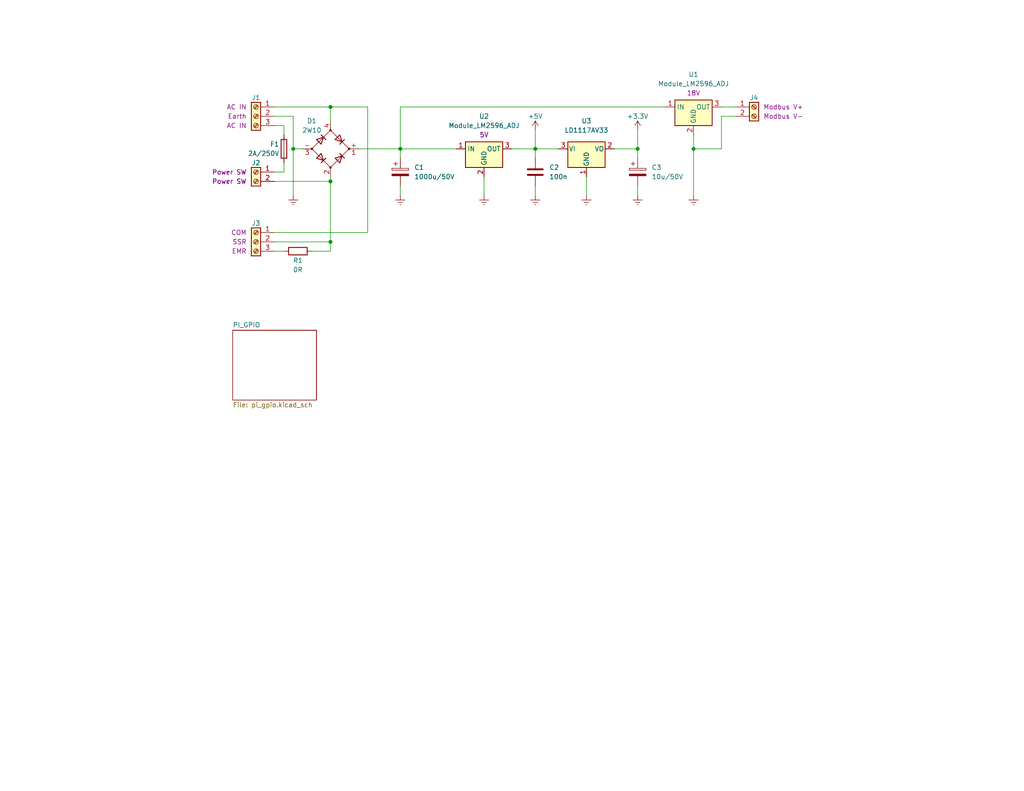
<source format=kicad_sch>
(kicad_sch (version 20230121) (generator eeschema)
  (paper "USLetter")
  (title_block (title "HVAC Controller") (date "05/06/2022") (rev "1.2"))
  (lib_symbols
    (symbol "Connector:Screw_Terminal_01x02" (pin_names (offset 1.016) hide)
      (property "Reference" "J" (at 0 2.54 0))
      (property "Value" "Screw_Terminal_01x02" (at 0 -5.08 0))
      (symbol "Screw_Terminal_01x02_1_1"
        (rectangle (start -1.27 1.27) (end 1.27 -3.81) (stroke (width 0.254)) (fill (type background)))
        (circle (center 0 -2.54) (radius 0.635) (stroke (width 0.1524)))
        (polyline (pts (xy -0.5334 -2.2098) (xy 0.3302 -3.048)) (stroke (width 0.1524)))
        (polyline (pts (xy -0.5334 0.3302) (xy 0.3302 -0.508)) (stroke (width 0.1524)))
        (polyline (pts (xy -0.3556 -2.032) (xy 0.508 -2.8702)) (stroke (width 0.1524)))
        (polyline (pts (xy -0.3556 0.508) (xy 0.508 -0.3302)) (stroke (width 0.1524)))
        (circle (center 0 0) (radius 0.635) (stroke (width 0.1524)))
        (pin passive line (at -5.08 0 0) (length 3.81) (name "Pin_1") (number "1"))
        (pin passive line (at -5.08 -2.54 0) (length 3.81) (name "Pin_2") (number "2"))
      )
    )
    (symbol "Connector:Screw_Terminal_01x03" (pin_names (offset 1.016) hide)
      (property "Reference" "J" (at 0 5.08 0))
      (property "Value" "Screw_Terminal_01x03" (at 0 -5.08 0))
      (symbol "Screw_Terminal_01x03_1_1"
        (rectangle (start -1.27 3.81) (end 1.27 -3.81) (stroke (width 0.254)) (fill (type background)))
        (circle (center 0 -2.54) (radius 0.635) (stroke (width 0.1524)))
        (polyline (pts (xy -0.5334 -2.2098) (xy 0.3302 -3.048)) (stroke (width 0.1524)))
        (polyline (pts (xy -0.5334 0.3302) (xy 0.3302 -0.508)) (stroke (width 0.1524)))
        (polyline (pts (xy -0.5334 2.8702) (xy 0.3302 2.032)) (stroke (width 0.1524)))
        (polyline (pts (xy -0.3556 -2.032) (xy 0.508 -2.8702)) (stroke (width 0.1524)))
        (polyline (pts (xy -0.3556 0.508) (xy 0.508 -0.3302)) (stroke (width 0.1524)))
        (polyline (pts (xy -0.3556 3.048) (xy 0.508 2.2098)) (stroke (width 0.1524)))
        (circle (center 0 0) (radius 0.635) (stroke (width 0.1524)))
        (circle (center 0 2.54) (radius 0.635) (stroke (width 0.1524)))
        (pin passive line (at -5.08 2.54 0) (length 3.81) (name "Pin_1") (number "1"))
        (pin passive line (at -5.08 0 0) (length 3.81) (name "Pin_2") (number "2"))
        (pin passive line (at -5.08 -2.54 0) (length 3.81) (name "Pin_3") (number "3"))
      )
    )
    (symbol "Device:C" (pin_numbers hide) (pin_names (offset 0.254))
      (property "Reference" "C" (at 0.635 2.54 0))
      (property "Value" "C" (at 0.635 -2.54 0))
      (symbol "C_0_1"
        (polyline (pts (xy -2.032 -0.762) (xy 2.032 -0.762)) (stroke (width 0.508)))
        (polyline (pts (xy -2.032 0.762) (xy 2.032 0.762)) (stroke (width 0.508)))
      )
      (symbol "C_1_1"
        (pin passive line (at 0 3.81 270) (length 2.794) (name "~") (number "1"))
        (pin passive line (at 0 -3.81 90) (length 2.794) (name "~") (number "2"))
      )
    )
    (symbol "Device:C_Polarized" (pin_numbers hide) (pin_names (offset 0.254))
      (property "Reference" "C" (at 0.635 2.54 0))
      (property "Value" "C_Polarized" (at 0.635 -2.54 0))
      (symbol "C_Polarized_0_1"
        (rectangle (start -2.286 0.508) (end 2.286 1.016))
        (polyline (pts (xy -1.778 2.286) (xy -0.762 2.286)))
        (polyline (pts (xy -1.27 2.794) (xy -1.27 1.778)))
        (rectangle (start 2.286 -0.508) (end -2.286 -1.016) (fill (type outline)))
      )
      (symbol "C_Polarized_1_1"
        (pin passive line (at 0 3.81 270) (length 2.794) (name "~") (number "1"))
        (pin passive line (at 0 -3.81 90) (length 2.794) (name "~") (number "2"))
      )
    )
    (symbol "Device:D_Bridge_+A-A" (pin_names (offset 0))
      (property "Reference" "D" (at 2.54 6.985 0))
      (property "Value" "D_Bridge_+A-A" (at 2.54 5.08 0))
      (symbol "D_Bridge_+A-A_0_1"
        (circle (center -5.08 0) (radius 0.254) (fill (type outline)))
        (circle (center 0 -5.08) (radius 0.254) (fill (type outline)))
        (polyline (pts (xy -2.54 3.81) (xy -1.27 2.54)) (stroke (width 0.254)))
        (polyline (pts (xy -1.27 -2.54) (xy -2.54 -3.81)) (stroke (width 0.254)))
        (polyline (pts (xy 2.54 -1.27) (xy 3.81 -2.54)) (stroke (width 0.254)))
        (polyline (pts (xy 2.54 1.27) (xy 3.81 2.54)) (stroke (width 0.254)))
        (polyline (pts (xy -3.81 2.54) (xy -2.54 1.27) (xy -1.905 3.175) (xy -3.81 2.54)) (stroke (width 0.254)))
        (polyline (pts (xy -2.54 -1.27) (xy -3.81 -2.54) (xy -1.905 -3.175) (xy -2.54 -1.27)) (stroke (width 0.254)))
        (polyline (pts (xy 1.27 2.54) (xy 2.54 3.81) (xy 3.175 1.905) (xy 1.27 2.54)) (stroke (width 0.254)))
        (polyline (pts (xy 3.175 -1.905) (xy 1.27 -2.54) (xy 2.54 -3.81) (xy 3.175 -1.905)) (stroke (width 0.254)))
        (polyline (pts (xy -5.08 0) (xy 0 -5.08) (xy 5.08 0) (xy 0 5.08) (xy -5.08 0)))
        (circle (center 0 5.08) (radius 0.254) (fill (type outline)))
        (circle (center 5.08 0) (radius 0.254) (fill (type outline)))
      )
      (symbol "D_Bridge_+A-A_1_1"
        (pin passive line (at 7.62 0 180) (length 2.54) (name "+") (number "1"))
        (pin passive line (at 0 -7.62 90) (length 2.54) (name "~") (number "2"))
        (pin passive line (at -7.62 0 0) (length 2.54) (name "-") (number "3"))
        (pin passive line (at 0 7.62 270) (length 2.54) (name "~") (number "4"))
      )
    )
    (symbol "Device:Fuse" (pin_numbers hide) (pin_names (offset 0))
      (property "Reference" "F" (at 2.032 0 90))
      (property "Value" "Fuse" (at -1.905 0 90))
      (symbol "Fuse_0_1"
        (rectangle (start -0.762 -2.54) (end 0.762 2.54) (stroke (width 0.254)))
        (polyline (pts (xy 0 2.54) (xy 0 -2.54)))
      )
      (symbol "Fuse_1_1"
        (pin passive line (at 0 3.81 270) (length 1.27) (name "~") (number "1"))
        (pin passive line (at 0 -3.81 90) (length 1.27) (name "~") (number "2"))
      )
    )
    (symbol "Device:R" (pin_numbers hide) (pin_names (offset 0))
      (property "Reference" "R" (at 2.032 0 90))
      (property "Value" "R" (at 0 0 90))
      (symbol "R_0_1"
        (rectangle (start -1.016 -2.54) (end 1.016 2.54) (stroke (width 0.254)))
      )
      (symbol "R_1_1"
        (pin passive line (at 0 3.81 270) (length 1.27) (name "~") (number "1"))
        (pin passive line (at 0 -3.81 90) (length 1.27) (name "~") (number "2"))
      )
    )
    (symbol "_Module:Module_LM2596_ADJ"
      (property "Reference" "U" (at 0 6.35 0))
      (property "Value" "Module_LM2596_ADJ" (at 1.27 3.81 0))
      (symbol "Module_LM2596_ADJ_0_1"
        (rectangle (start -5.08 1.905) (end 5.08 -5.08) (stroke (width 0.254)) (fill (type background)))
      )
      (symbol "Module_LM2596_ADJ_1_1"
        (pin power_in line (at -7.62 0 0) (length 2.54) (name "IN") (number "1"))
        (pin power_in line (at 0 -7.62 90) (length 2.54) (name "GND") (number "2"))
        (pin power_out line (at 7.62 0 180) (length 2.54) (name "OUT") (number "3"))
      )
    )
    (symbol "_Regulator_Linear:LD1117AV33" (pin_names (offset 0.254))
      (property "Reference" "U" (at -3.81 3.175 0))
      (property "Value" "LD1117AV33" (at 0 3.175 0))
      (symbol "LD1117AV33_0_1"
        (rectangle (start -5.08 -5.08) (end 5.08 1.905) (stroke (width 0.254)) (fill (type background)))
      )
      (symbol "LD1117AV33_1_1"
        (pin power_in line (at 0 -7.62 90) (length 2.54) (name "GND") (number "1"))
        (pin power_out line (at 7.62 0 180) (length 2.54) (name "VO") (number "2"))
        (pin power_in line (at -7.62 0 0) (length 2.54) (name "VI") (number "3"))
      )
    )
    (symbol "power:+3.3V" (power) (pin_names (offset 0))
      (property "Value" "+3.3V" (at 0 3.556 0))
      (symbol "+3.3V_0_1"
        (polyline (pts (xy -0.762 1.27) (xy 0 2.54)))
        (polyline (pts (xy 0 0) (xy 0 2.54)))
        (polyline (pts (xy 0 2.54) (xy 0.762 1.27)))
      )
      (symbol "+3.3V_1_1"
        (pin power_in line (at 0 0 90) (length 0) hide (name "+3.3V") (number "1"))
      )
    )
    (symbol "power:+5V" (power) (pin_names (offset 0))
      (property "Value" "+5V" (at 0 3.556 0))
      (symbol "+5V_0_1"
        (polyline (pts (xy -0.762 1.27) (xy 0 2.54)))
        (polyline (pts (xy 0 0) (xy 0 2.54)))
        (polyline (pts (xy 0 2.54) (xy 0.762 1.27)))
      )
      (symbol "+5V_1_1"
        (pin power_in line (at 0 0 90) (length 0) hide (name "+5V") (number "1"))
      )
    )
    (symbol "power:Earth" (power) (pin_names (offset 0))
      (symbol "Earth_0_1"
        (polyline (pts (xy -0.635 -1.905) (xy 0.635 -1.905)))
        (polyline (pts (xy -0.127 -2.54) (xy 0.127 -2.54)))
        (polyline (pts (xy 0 -1.27) (xy 0 0)))
        (polyline (pts (xy 1.27 -1.27) (xy -1.27 -1.27)))
      )
      (symbol "Earth_1_1"
        (pin power_in line (at 0 0 270) (length 0) hide (name "Earth") (number "1"))
      )
    )
  )
  (junction (at 90.17 66.04))
  (junction (at 173.99 40.64))
  (junction (at 109.22 40.64))
  (junction (at 90.17 49.53))
  (junction (at 80.01 40.64))
  (junction (at 146.05 40.64))
  (junction (at 189.23 40.64))
  (junction (at 90.17 29.21))
  (wire (pts (xy 85.09 68.58) (xy 90.17 68.58)))
  (wire (pts (xy 97.79 40.64) (xy 109.22 40.64)))
  (wire (pts (xy 181.61 29.21) (xy 109.22 29.21)))
  (wire (pts (xy 109.22 40.64) (xy 109.22 43.18)))
  (wire (pts (xy 173.99 35.56) (xy 173.99 40.64)))
  (wire (pts (xy 100.33 29.21) (xy 90.17 29.21)))
  (wire (pts (xy 146.05 40.64) (xy 146.05 35.56)))
  (wire (pts (xy 146.05 50.8) (xy 146.05 53.34)))
  (wire (pts (xy 77.47 46.99) (xy 77.47 44.45)))
  (wire (pts (xy 90.17 29.21) (xy 90.17 33.02)))
  (wire (pts (xy 196.85 29.21) (xy 200.66 29.21)))
  (wire (pts (xy 80.01 40.64) (xy 82.55 40.64)))
  (wire (pts (xy 196.85 40.64) (xy 189.23 40.64)))
  (wire (pts (xy 173.99 40.64) (xy 173.99 43.18)))
  (wire (pts (xy 173.99 50.8) (xy 173.99 53.34)))
  (wire (pts (xy 74.93 29.21) (xy 90.17 29.21)))
  (wire (pts (xy 74.93 31.75) (xy 80.01 31.75)))
  (wire (pts (xy 90.17 68.58) (xy 90.17 66.04)))
  (wire (pts (xy 100.33 63.5) (xy 100.33 29.21)))
  (wire (pts (xy 146.05 40.64) (xy 146.05 43.18)))
  (wire (pts (xy 80.01 31.75) (xy 80.01 40.64)))
  (wire (pts (xy 139.7 40.64) (xy 146.05 40.64)))
  (wire (pts (xy 90.17 66.04) (xy 90.17 49.53)))
  (wire (pts (xy 160.02 48.26) (xy 160.02 53.34)))
  (wire (pts (xy 74.93 49.53) (xy 90.17 49.53)))
  (wire (pts (xy 74.93 66.04) (xy 90.17 66.04)))
  (wire (pts (xy 189.23 36.83) (xy 189.23 40.64)))
  (wire (pts (xy 200.66 31.75) (xy 196.85 31.75)))
  (wire (pts (xy 146.05 40.64) (xy 152.4 40.64)))
  (wire (pts (xy 109.22 40.64) (xy 124.46 40.64)))
  (wire (pts (xy 80.01 40.64) (xy 80.01 53.34)))
  (wire (pts (xy 109.22 29.21) (xy 109.22 40.64)))
  (wire (pts (xy 132.08 48.26) (xy 132.08 53.34)))
  (wire (pts (xy 196.85 31.75) (xy 196.85 40.64)))
  (wire (pts (xy 77.47 34.29) (xy 77.47 36.83)))
  (wire (pts (xy 74.93 34.29) (xy 77.47 34.29)))
  (wire (pts (xy 74.93 46.99) (xy 77.47 46.99)))
  (wire (pts (xy 74.93 68.58) (xy 77.47 68.58)))
  (wire (pts (xy 173.99 40.64) (xy 167.64 40.64)))
  (wire (pts (xy 189.23 40.64) (xy 189.23 53.34)))
  (wire (pts (xy 109.22 50.8) (xy 109.22 53.34)))
  (wire (pts (xy 74.93 63.5) (xy 100.33 63.5)))
  (wire (pts (xy 90.17 49.53) (xy 90.17 48.26)))
  (symbol (lib_id "power:+5V") (at 146.05 35.56 0) (unit 1)
    (property "Reference" "#PWR0101" (effects hide))
    (property "Value" "+5V" (at 146.05 31.75 0))
  )
  (symbol (lib_id "_Module:Module_LM2596_ADJ") (at 132.08 40.64 0) (unit 1)
    (property "Reference" "U2" (at 132.08 31.75 0))
    (property "Value" "Module_LM2596_ADJ" (at 132.08 34.29 0))
    (property "Adj" "5V" (at 132.08 36.83 0))
  )
  (symbol (lib_id "power:Earth") (at 173.99 53.34 0) (unit 1)
    (property "Reference" "#PWR?" (effects hide))
    (property "Value" "Earth" (effects hide))
  )
  (symbol (lib_id "power:Earth") (at 109.22 53.34 0) (unit 1)
    (property "Reference" "#PWR0106" (effects hide))
    (property "Value" "Earth" (effects hide))
  )
  (symbol (lib_id "Device:R") (at 81.28 68.58 90) (unit 1)
    (property "Reference" "R1" (at 81.28 71.12 90))
    (property "Value" "0R" (at 81.28 73.66 90))
  )
  (symbol (lib_id "power:+3.3V") (at 173.99 35.56 0) (unit 1)
    (property "Reference" "#PWR0103" (effects hide))
    (property "Value" "+3.3V" (at 173.99 31.75 0))
  )
  (symbol (lib_id "Connector:Screw_Terminal_01x03") (at 69.85 66.04 0) (mirror y) (unit 1)
    (property "Reference" "J3" (at 69.85 60.96 0))
    (property "Value" "Screw_Terminal_01x03" (effects hide))
    (property "Pin_1" "COM" (at 67.31 63.5 0) (effects (justify left)))
    (property "Pin_2" "SSR" (at 67.31 66.04 0) (effects (justify left)))
    (property "Pin_3" "EMR" (at 67.31 68.58 0) (effects (justify left)))
  )
  (symbol (lib_id "Device:C") (at 146.05 46.99 0) (unit 1)
    (property "Reference" "C2" (at 149.86 45.72 0) (effects (justify left)))
    (property "Value" "100n" (at 149.86 48.26 0) (effects (justify left)))
  )
  (symbol (lib_id "_Module:Module_LM2596_ADJ") (at 189.23 29.21 0) (unit 1)
    (property "Reference" "U1" (at 189.23 20.32 0))
    (property "Value" "Module_LM2596_ADJ" (at 189.23 22.86 0))
    (property "Adj" "18V" (at 189.23 25.4 0))
  )
  (symbol (lib_id "Device:Fuse") (at 77.47 40.64 0) (unit 1)
    (property "Reference" "F1" (at 76.2 39.37 0) (effects (justify right)))
    (property "Value" "2A/250V" (at 76.2 41.91 0) (effects (justify right)))
  )
  (symbol (lib_id "power:Earth") (at 160.02 53.34 0) (unit 1)
    (property "Reference" "#PWR0102" (effects hide))
    (property "Value" "Earth" (effects hide))
  )
  (symbol (lib_id "Device:C_Polarized") (at 173.99 46.99 0) (unit 1)
    (property "Reference" "C3" (at 177.8 45.72 0) (effects (justify left)))
    (property "Value" "10u/50V" (at 177.8 48.26 0) (effects (justify left)))
  )
  (symbol (lib_id "power:Earth") (at 80.01 53.34 0) (unit 1)
    (property "Reference" "#PWR0107" (effects hide))
    (property "Value" "Earth" (effects hide))
  )
  (symbol (lib_id "Connector:Screw_Terminal_01x02") (at 69.85 46.99 0) (mirror y) (unit 1)
    (property "Reference" "J2" (at 69.85 44.45 0))
    (property "Value" "Screw_Terminal_01x02" (effects hide))
    (property "Pin_1" "Power SW" (at 67.31 46.99 0) (effects (justify left)))
    (property "Pin_2" "Power SW" (at 67.31 49.53 0) (effects (justify left)))
  )
  (symbol (lib_id "_Regulator_Linear:LD1117AV33") (at 160.02 40.64 0) (unit 1)
    (property "Reference" "U3" (at 160.02 33.02 0))
    (property "Value" "LD1117AV33" (at 160.02 35.56 0))
    (property "Datasheet" "https://www.st.com/content/ccc/resource/technical/document/datasheet/a5/c3/3f/c9/2b/15/40/49/CD00002116.pdf/files/CD00002116.pdf/jcr:content/translations/en.CD00002116.pdf" (effects hide))
  )
  (symbol (lib_id "Device:C_Polarized") (at 109.22 46.99 0) (unit 1)
    (property "Reference" "C1" (at 113.03 45.72 0) (effects (justify left)))
    (property "Value" "1000u/50V" (at 113.03 48.26 0) (effects (justify left)))
  )
  (symbol (lib_id "power:Earth") (at 132.08 53.34 0) (unit 1)
    (property "Reference" "#PWR0105" (effects hide))
    (property "Value" "Earth" (effects hide))
  )
  (symbol (lib_id "power:Earth") (at 146.05 53.34 0) (unit 1)
    (property "Reference" "#PWR?" (effects hide))
    (property "Value" "Earth" (effects hide))
  )
  (symbol (lib_id "power:Earth") (at 189.23 53.34 0) (unit 1)
    (property "Reference" "#PWR0104" (effects hide))
    (property "Value" "Earth" (effects hide))
  )
  (symbol (lib_id "Connector:Screw_Terminal_01x02") (at 205.74 29.21 0) (unit 1)
    (property "Reference" "J4" (at 205.74 26.67 0))
    (property "Value" "Screw_Terminal_01x02" (effects hide))
    (property "Pin_1" "Modbus V+" (at 208.28 29.21 0) (effects (justify left)))
    (property "Pin_2" "Modbus V-" (at 208.28 31.75 0) (effects (justify left)))
  )
  (symbol (lib_id "Connector:Screw_Terminal_01x03") (at 69.85 31.75 0) (mirror y) (unit 1)
    (property "Reference" "J1" (at 69.85 26.67 0))
    (property "Value" "Screw_Terminal_01x03" (effects hide))
    (property "Pin_1" "AC IN" (at 67.31 29.21 0) (effects (justify left)))
    (property "Pin_2" "Earth" (at 67.31 31.75 0) (effects (justify left)))
    (property "Pin_3" "AC IN" (at 67.31 34.29 0) (effects (justify left)))
  )
  (symbol (lib_id "Device:D_Bridge_+A-A") (at 90.17 40.64 0) (unit 1)
    (property "Reference" "D1" (at 85.09 33.02 0))
    (property "Value" "2W10" (at 85.09 35.56 0))
  )
  (sheet (at 63.5 90.17) (size 22.86 19.05) (stroke (width 0.1524))
    (property "Sheetname" "PI_GPIO" (at 63.5 89.4584 0) (effects (justify left bottom)))
    (property "Sheetfile" "pi_gpio.kicad_sch" (at 63.5 109.8046 0) (effects (justify left top)))
  )
)
</source>
